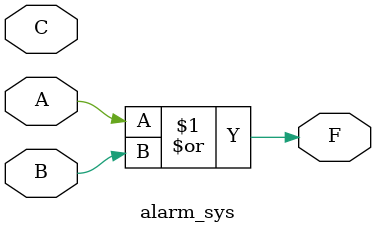
<source format=v>
/*Inputs:-
A => Motion (detected=1 else 0)
B => Door (open=1 else 0)
C => Window (open=1 else 0)
F => Alarm*/
module alarm_sys(F,A,B,C);
input A,B,C;
output F;
assign F = A | B;
endmodule
</source>
